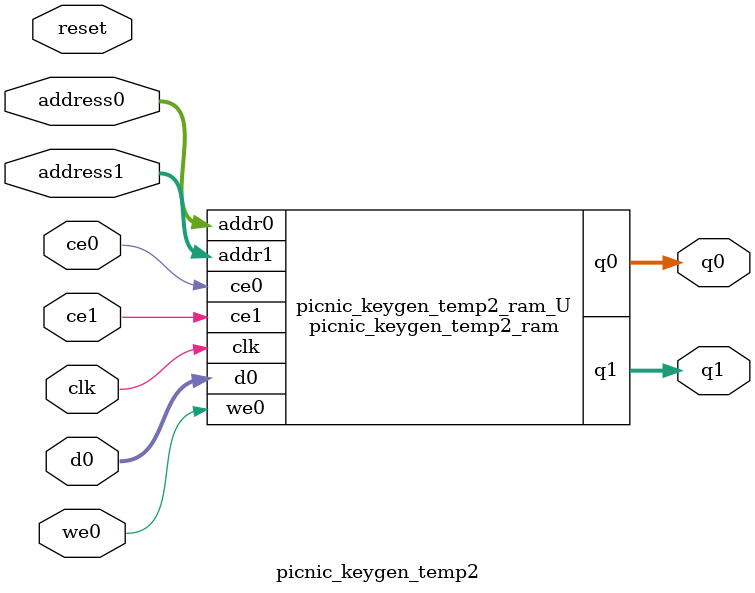
<source format=v>
`timescale 1 ns / 1 ps
module picnic_keygen_temp2_ram (addr0, ce0, d0, we0, q0, addr1, ce1, q1,  clk);

parameter DWIDTH = 32;
parameter AWIDTH = 3;
parameter MEM_SIZE = 8;

input[AWIDTH-1:0] addr0;
input ce0;
input[DWIDTH-1:0] d0;
input we0;
output reg[DWIDTH-1:0] q0;
input[AWIDTH-1:0] addr1;
input ce1;
output reg[DWIDTH-1:0] q1;
input clk;

(* ram_style = "distributed" *)reg [DWIDTH-1:0] ram[0:MEM_SIZE-1];




always @(posedge clk)  
begin 
    if (ce0) begin
        if (we0) 
            ram[addr0] <= d0; 
        q0 <= ram[addr0];
    end
end


always @(posedge clk)  
begin 
    if (ce1) begin
        q1 <= ram[addr1];
    end
end


endmodule

`timescale 1 ns / 1 ps
module picnic_keygen_temp2(
    reset,
    clk,
    address0,
    ce0,
    we0,
    d0,
    q0,
    address1,
    ce1,
    q1);

parameter DataWidth = 32'd32;
parameter AddressRange = 32'd8;
parameter AddressWidth = 32'd3;
input reset;
input clk;
input[AddressWidth - 1:0] address0;
input ce0;
input we0;
input[DataWidth - 1:0] d0;
output[DataWidth - 1:0] q0;
input[AddressWidth - 1:0] address1;
input ce1;
output[DataWidth - 1:0] q1;



picnic_keygen_temp2_ram picnic_keygen_temp2_ram_U(
    .clk( clk ),
    .addr0( address0 ),
    .ce0( ce0 ),
    .we0( we0 ),
    .d0( d0 ),
    .q0( q0 ),
    .addr1( address1 ),
    .ce1( ce1 ),
    .q1( q1 ));

endmodule


</source>
